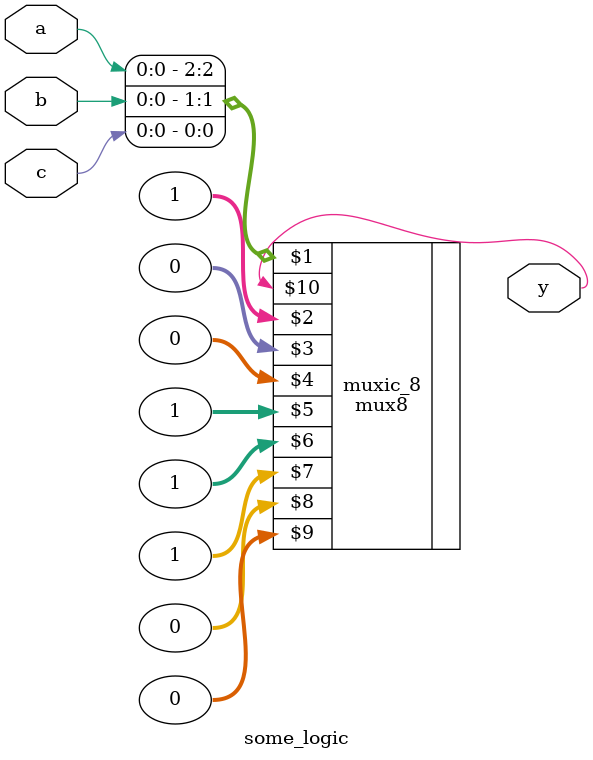
<source format=sv>
module some_logic(input  logic a, b, c,
            
            output logic  y);
				
				
  
  mux8 muxic_8({a, b, c}, 1, 0, 0, 1, 1, 1, 0, 0, y);
  
endmodule

</source>
